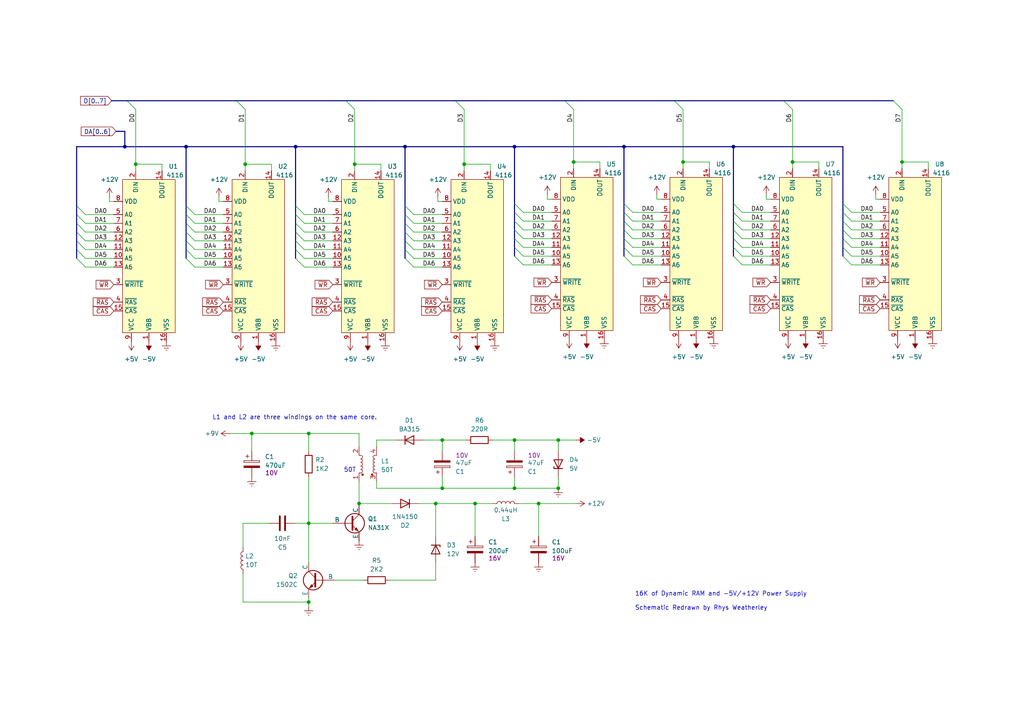
<source format=kicad_sch>
(kicad_sch (version 20230121) (generator eeschema)
  (paper "A4")
  (lib_symbols
    (symbol "Device:C" (pin_numbers hide) (pin_names (offset 0.254))
      (property "Reference" "C" (at 0.635 2.54 0))
      (property "Value" "C" (at 0.635 -2.54 0))
      (symbol "C_0_1"
        (polyline (pts (xy -2.032 -0.762) (xy 2.032 -0.762)) (stroke (width 0.508)))
        (polyline (pts (xy -2.032 0.762) (xy 2.032 0.762)) (stroke (width 0.508)))
      )
      (symbol "C_1_1"
        (pin passive line (at 0 3.81 270) (length 2.794) (name "~") (number "1"))
        (pin passive line (at 0 -3.81 90) (length 2.794) (name "~") (number "2"))
      )
    )
    (symbol "Device:C_Polarized" (pin_numbers hide) (pin_names (offset 0.254))
      (property "Reference" "C" (at 0.635 2.54 0))
      (property "Value" "C_Polarized" (at 0.635 -2.54 0))
      (symbol "C_Polarized_0_1"
        (rectangle (start -2.286 0.508) (end 2.286 1.016))
        (polyline (pts (xy -1.778 2.286) (xy -0.762 2.286)))
        (polyline (pts (xy -1.27 2.794) (xy -1.27 1.778)))
        (rectangle (start 2.286 -0.508) (end -2.286 -1.016) (fill (type outline)))
      )
      (symbol "C_Polarized_1_1"
        (pin passive line (at 0 3.81 270) (length 2.794) (name "~") (number "1"))
        (pin passive line (at 0 -3.81 90) (length 2.794) (name "~") (number "2"))
      )
    )
    (symbol "Device:D" (pin_numbers hide) (pin_names (offset 1.016) hide)
      (property "Reference" "D" (at 0 2.54 0))
      (property "Value" "D" (at 0 -2.54 0))
      (symbol "D_0_1"
        (polyline (pts (xy -1.27 1.27) (xy -1.27 -1.27)) (stroke (width 0.254)))
        (polyline (pts (xy 1.27 0) (xy -1.27 0)))
        (polyline (pts (xy 1.27 1.27) (xy 1.27 -1.27) (xy -1.27 0) (xy 1.27 1.27)) (stroke (width 0.254)))
      )
      (symbol "D_1_1"
        (pin passive line (at -3.81 0 0) (length 2.54) (name "K") (number "1"))
        (pin passive line (at 3.81 0 180) (length 2.54) (name "A") (number "2"))
      )
    )
    (symbol "Device:D_Zener" (pin_numbers hide) (pin_names (offset 1.016) hide)
      (property "Reference" "D" (at 0 2.54 0))
      (property "Value" "D_Zener" (at 0 -2.54 0))
      (symbol "D_Zener_0_1"
        (polyline (pts (xy 1.27 0) (xy -1.27 0)))
        (polyline (pts (xy -1.27 -1.27) (xy -1.27 1.27) (xy -0.762 1.27)) (stroke (width 0.254)))
        (polyline (pts (xy 1.27 -1.27) (xy 1.27 1.27) (xy -1.27 0) (xy 1.27 -1.27)) (stroke (width 0.254)))
      )
      (symbol "D_Zener_1_1"
        (pin passive line (at -3.81 0 0) (length 2.54) (name "K") (number "1"))
        (pin passive line (at 3.81 0 180) (length 2.54) (name "A") (number "2"))
      )
    )
    (symbol "Device:L" (pin_numbers hide) (pin_names (offset 1.016) hide)
      (property "Reference" "L" (at -1.27 0 90))
      (property "Value" "L" (at 1.905 0 90))
      (symbol "L_0_1"
        (arc (start 0 -2.54) (mid 0.6323 -1.905) (end 0 -1.27))
        (arc (start 0 -1.27) (mid 0.6323 -0.635) (end 0 0))
        (arc (start 0 0) (mid 0.6323 0.635) (end 0 1.27))
        (arc (start 0 1.27) (mid 0.6323 1.905) (end 0 2.54))
      )
      (symbol "L_1_1"
        (pin passive line (at 0 3.81 270) (length 1.27) (name "1") (number "1"))
        (pin passive line (at 0 -3.81 90) (length 1.27) (name "2") (number "2"))
      )
    )
    (symbol "Device:L_Coupled" (pin_names (offset 0.254) hide)
      (property "Reference" "L" (at 0 4.445 0))
      (property "Value" "L_Coupled" (at 0 -4.445 0))
      (symbol "L_Coupled_0_1"
        (circle (center -3.048 -1.27) (radius 0.254) (fill (type outline)))
        (circle (center -3.048 1.524) (radius 0.254) (fill (type outline)))
        (arc (start -2.54 2.032) (mid -2.032 1.5262) (end -1.524 2.032))
        (arc (start -1.524 -2.032) (mid -2.032 -1.5262) (end -2.54 -2.032))
        (arc (start -1.524 2.032) (mid -1.016 1.5262) (end -0.508 2.032))
        (arc (start -0.508 -2.032) (mid -1.016 -1.5262) (end -1.524 -2.032))
        (arc (start -0.508 2.032) (mid 0 1.5262) (end 0.508 2.032))
        (polyline (pts (xy -2.54 -2.032) (xy -2.54 -2.54)))
        (polyline (pts (xy -2.54 2.032) (xy -2.54 2.54)))
        (polyline (pts (xy 2.54 -2.032) (xy 2.54 -2.54)))
        (polyline (pts (xy 2.54 2.54) (xy 2.54 2.032)))
        (arc (start 0.508 -2.032) (mid 0 -1.5262) (end -0.508 -2.032))
        (arc (start 0.508 2.032) (mid 1.016 1.5262) (end 1.524 2.032))
        (arc (start 1.524 -2.032) (mid 1.016 -1.5262) (end 0.508 -2.032))
        (arc (start 1.524 2.032) (mid 2.032 1.5262) (end 2.54 2.032))
        (arc (start 2.54 -2.032) (mid 2.032 -1.5262) (end 1.524 -2.032))
      )
      (symbol "L_Coupled_1_1"
        (pin passive line (at -5.08 2.54 0) (length 2.54) (name "1") (number "1"))
        (pin passive line (at 5.08 2.54 180) (length 2.54) (name "2") (number "2"))
        (pin passive line (at -5.08 -2.54 0) (length 2.54) (name "3") (number "3"))
        (pin passive line (at 5.08 -2.54 180) (length 2.54) (name "4") (number "4"))
      )
    )
    (symbol "Device:R" (pin_numbers hide) (pin_names (offset 0))
      (property "Reference" "R" (at 2.032 0 90))
      (property "Value" "R" (at 0 0 90))
      (symbol "R_0_1"
        (rectangle (start -1.016 -2.54) (end 1.016 2.54) (stroke (width 0.254)))
      )
      (symbol "R_1_1"
        (pin passive line (at 0 3.81 270) (length 1.27) (name "~") (number "1"))
        (pin passive line (at 0 -3.81 90) (length 1.27) (name "~") (number "2"))
      )
    )
    (symbol "Diode:1N4151" (pin_numbers hide) (pin_names hide)
      (property "Reference" "D" (at 0 2.54 0))
      (property "Value" "1N4151" (at 0 -2.54 0))
      (symbol "1N4151_0_1"
        (polyline (pts (xy -1.27 1.27) (xy -1.27 -1.27)) (stroke (width 0.254)))
        (polyline (pts (xy 1.27 0) (xy -1.27 0)))
        (polyline (pts (xy 1.27 1.27) (xy 1.27 -1.27) (xy -1.27 0) (xy 1.27 1.27)) (stroke (width 0.254)))
      )
      (symbol "1N4151_1_1"
        (pin passive line (at -3.81 0 0) (length 2.54) (name "K") (number "1"))
        (pin passive line (at 3.81 0 180) (length 2.54) (name "A") (number "2"))
      )
    )
    (symbol "Dynamic_RAM_4116:MK4116"
      (property "Reference" "U" (at 6.35 2.54 0))
      (property "Value" "4116" (at 7.62 0 0))
      (symbol "MK4116_1_1"
        (rectangle (start -7.62 -1.27) (end 7.62 -45.72) (fill (type background)))
        (pin power_in line (at 0 -48.26 90) (length 2.54) (name "VBB") (number "1"))
        (pin input line (at -10.16 -24.13 0) (length 2.54) (name "A5") (number "10"))
        (pin input line (at -10.16 -21.59 0) (length 2.54) (name "A4") (number "11"))
        (pin input line (at -10.16 -19.05 0) (length 2.54) (name "A3") (number "12"))
        (pin input line (at -10.16 -26.67 0) (length 2.54) (name "A6") (number "13"))
        (pin output line (at 3.81 1.27 270) (length 2.54) (name "DOUT") (number "14"))
        (pin input line (at -10.16 -39.37 0) (length 2.54) (name "~{CAS}") (number "15"))
        (pin power_in line (at 5.08 -48.26 90) (length 2.54) (name "VSS") (number "16"))
        (pin input line (at -3.81 1.27 270) (length 2.54) (name "DIN") (number "2"))
        (pin input line (at -10.16 -31.75 0) (length 2.54) (name "~{WRITE}") (number "3"))
        (pin input line (at -10.16 -36.83 0) (length 2.54) (name "~{RAS}") (number "4"))
        (pin input line (at -10.16 -11.43 0) (length 2.54) (name "A0") (number "5"))
        (pin input line (at -10.16 -16.51 0) (length 2.54) (name "A2") (number "6"))
        (pin input line (at -10.16 -13.97 0) (length 2.54) (name "A1") (number "7"))
        (pin power_in line (at -10.16 -7.62 0) (length 2.54) (name "VDD") (number "8"))
        (pin power_in line (at -5.08 -48.26 90) (length 2.54) (name "VCC") (number "9"))
      )
    )
    (symbol "Simulation_SPICE:NPN" (pin_numbers hide) (pin_names (offset 0))
      (property "Reference" "Q" (at -2.54 7.62 0))
      (property "Value" "NPN" (at -2.54 5.08 0))
      (symbol "NPN_0_1"
        (polyline (pts (xy -2.54 0) (xy 0.635 0)) (stroke (width 0.1524)))
        (polyline (pts (xy 0.635 0.635) (xy 2.54 2.54)))
        (polyline (pts (xy 2.794 -1.27) (xy 2.794 -1.27)) (stroke (width 0.1524)))
        (polyline (pts (xy 2.794 -1.27) (xy 2.794 -1.27)) (stroke (width 0.1524)))
        (polyline (pts (xy 0.635 -0.635) (xy 2.54 -2.54) (xy 2.54 -2.54)))
        (polyline (pts (xy 0.635 1.905) (xy 0.635 -1.905) (xy 0.635 -1.905)) (stroke (width 0.508)))
        (polyline (pts (xy 1.27 -1.778) (xy 1.778 -1.27) (xy 2.286 -2.286) (xy 1.27 -1.778) (xy 1.27 -1.778)) (fill (type outline)))
        (circle (center 1.27 0) (radius 2.8194) (stroke (width 0.254)))
      )
      (symbol "NPN_1_1"
        (pin open_collector line (at 2.54 5.08 270) (length 2.54) (name "C") (number "1"))
        (pin input line (at -5.08 0 0) (length 2.54) (name "B") (number "2"))
        (pin open_emitter line (at 2.54 -5.08 90) (length 2.54) (name "E") (number "3"))
      )
    )
    (symbol "power:+12V" (power) (pin_names (offset 0))
      (property "Value" "+12V" (at 0 3.556 0))
      (symbol "+12V_0_1"
        (polyline (pts (xy -0.762 1.27) (xy 0 2.54)))
        (polyline (pts (xy 0 0) (xy 0 2.54)))
        (polyline (pts (xy 0 2.54) (xy 0.762 1.27)))
      )
      (symbol "+12V_1_1"
        (pin power_in line (at 0 0 90) (length 0) hide (name "+12V") (number "1"))
      )
    )
    (symbol "power:+5V" (power) (pin_names (offset 0))
      (property "Value" "+5V" (at 0 3.556 0))
      (symbol "+5V_0_1"
        (polyline (pts (xy -0.762 1.27) (xy 0 2.54)))
        (polyline (pts (xy 0 0) (xy 0 2.54)))
        (polyline (pts (xy 0 2.54) (xy 0.762 1.27)))
      )
      (symbol "+5V_1_1"
        (pin power_in line (at 0 0 90) (length 0) hide (name "+5V") (number "1"))
      )
    )
    (symbol "power:+9V" (power) (pin_names (offset 0))
      (property "Value" "+9V" (at 0 3.556 0))
      (symbol "+9V_0_1"
        (polyline (pts (xy -0.762 1.27) (xy 0 2.54)))
        (polyline (pts (xy 0 0) (xy 0 2.54)))
        (polyline (pts (xy 0 2.54) (xy 0.762 1.27)))
      )
      (symbol "+9V_1_1"
        (pin power_in line (at 0 0 90) (length 0) hide (name "+9V") (number "1"))
      )
    )
    (symbol "power:-5V" (power) (pin_names (offset 0))
      (property "Value" "-5V" (at 0 3.81 0))
      (symbol "-5V_0_0"
        (pin power_in line (at 0 0 90) (length 0) hide (name "-5V") (number "1"))
      )
      (symbol "-5V_0_1"
        (polyline (pts (xy 0 0) (xy 0 1.27) (xy 0.762 1.27) (xy 0 2.54) (xy -0.762 1.27) (xy 0 1.27)) (fill (type outline)))
      )
    )
    (symbol "power:Earth" (power) (pin_names (offset 0))
      (symbol "Earth_0_1"
        (polyline (pts (xy -0.635 -1.905) (xy 0.635 -1.905)))
        (polyline (pts (xy -0.127 -2.54) (xy 0.127 -2.54)))
        (polyline (pts (xy 0 -1.27) (xy 0 0)))
        (polyline (pts (xy 1.27 -1.27) (xy -1.27 -1.27)))
      )
      (symbol "Earth_1_1"
        (pin power_in line (at 0 0 270) (length 0) hide (name "Earth") (number "1"))
      )
    )
  )
  (junction (at 161.925 141.605))
  (junction (at 39.37 47.625))
  (junction (at 128.27 141.605))
  (junction (at 149.225 141.605))
  (junction (at 156.21 146.05))
  (junction (at 89.535 125.73))
  (junction (at 89.535 151.765))
  (junction (at 137.795 146.05))
  (junction (at 134.62 47.625))
  (junction (at 36.195 42.545))
  (junction (at 212.725 42.545))
  (junction (at 161.925 127.635))
  (junction (at 229.87 46.99))
  (junction (at 126.365 146.05))
  (junction (at 117.475 42.545))
  (junction (at 128.27 127.635))
  (junction (at 53.975 42.545))
  (junction (at 198.12 46.99))
  (junction (at 102.87 47.625))
  (junction (at 166.37 46.99))
  (junction (at 89.535 174.625))
  (junction (at 149.225 127.635))
  (junction (at 85.725 42.545))
  (junction (at 261.62 46.99))
  (junction (at 180.975 42.545))
  (junction (at 73.025 125.73))
  (junction (at 104.14 146.05))
  (junction (at 71.12 47.625))
  (junction (at 149.225 42.545))
  (bus_entry (at 195.58 29.21) (size 2.54 2.54))
  (bus_entry (at 259.08 29.21) (size 2.54 2.54))
  (bus_entry (at 244.475 61.595) (size 2.54 2.54))
  (bus_entry (at 244.475 66.675) (size 2.54 2.54))
  (bus_entry (at 132.08 29.21) (size 2.54 2.54))
  (bus_entry (at 117.475 59.69) (size 2.54 2.54))
  (bus_entry (at 212.725 61.595) (size 2.54 2.54))
  (bus_entry (at 149.225 69.215) (size 2.54 2.54))
  (bus_entry (at 117.475 64.77) (size 2.54 2.54))
  (bus_entry (at 53.975 62.23) (size 2.54 2.54))
  (bus_entry (at 227.33 29.21) (size 2.54 2.54))
  (bus_entry (at 244.475 69.215) (size 2.54 2.54))
  (bus_entry (at 53.975 74.93) (size 2.54 2.54))
  (bus_entry (at 149.225 61.595) (size 2.54 2.54))
  (bus_entry (at 212.725 64.135) (size 2.54 2.54))
  (bus_entry (at 149.225 64.135) (size 2.54 2.54))
  (bus_entry (at 180.975 66.675) (size 2.54 2.54))
  (bus_entry (at 53.975 64.77) (size 2.54 2.54))
  (bus_entry (at 85.725 59.69) (size 2.54 2.54))
  (bus_entry (at 149.225 59.055) (size 2.54 2.54))
  (bus_entry (at 212.725 69.215) (size 2.54 2.54))
  (bus_entry (at 212.725 59.055) (size 2.54 2.54))
  (bus_entry (at 117.475 69.85) (size 2.54 2.54))
  (bus_entry (at 85.725 69.85) (size 2.54 2.54))
  (bus_entry (at 180.975 71.755) (size 2.54 2.54))
  (bus_entry (at 212.725 71.755) (size 2.54 2.54))
  (bus_entry (at 244.475 59.055) (size 2.54 2.54))
  (bus_entry (at 117.475 67.31) (size 2.54 2.54))
  (bus_entry (at 180.975 74.295) (size 2.54 2.54))
  (bus_entry (at 22.225 69.85) (size 2.54 2.54))
  (bus_entry (at 180.975 69.215) (size 2.54 2.54))
  (bus_entry (at 85.725 62.23) (size 2.54 2.54))
  (bus_entry (at 53.975 72.39) (size 2.54 2.54))
  (bus_entry (at 22.225 74.93) (size 2.54 2.54))
  (bus_entry (at 22.225 67.31) (size 2.54 2.54))
  (bus_entry (at 212.725 66.675) (size 2.54 2.54))
  (bus_entry (at 53.975 59.69) (size 2.54 2.54))
  (bus_entry (at 163.83 29.21) (size 2.54 2.54))
  (bus_entry (at 53.975 69.85) (size 2.54 2.54))
  (bus_entry (at 85.725 72.39) (size 2.54 2.54))
  (bus_entry (at 117.475 74.93) (size 2.54 2.54))
  (bus_entry (at 85.725 67.31) (size 2.54 2.54))
  (bus_entry (at 68.58 29.21) (size 2.54 2.54))
  (bus_entry (at 117.475 72.39) (size 2.54 2.54))
  (bus_entry (at 149.225 71.755) (size 2.54 2.54))
  (bus_entry (at 244.475 64.135) (size 2.54 2.54))
  (bus_entry (at 212.725 74.295) (size 2.54 2.54))
  (bus_entry (at 85.725 74.93) (size 2.54 2.54))
  (bus_entry (at 22.225 64.77) (size 2.54 2.54))
  (bus_entry (at 22.225 72.39) (size 2.54 2.54))
  (bus_entry (at 117.475 62.23) (size 2.54 2.54))
  (bus_entry (at 244.475 74.295) (size 2.54 2.54))
  (bus_entry (at 22.225 59.69) (size 2.54 2.54))
  (bus_entry (at 149.225 74.295) (size 2.54 2.54))
  (bus_entry (at 244.475 71.755) (size 2.54 2.54))
  (bus_entry (at 85.725 64.77) (size 2.54 2.54))
  (bus_entry (at 180.975 64.135) (size 2.54 2.54))
  (bus_entry (at 100.33 29.21) (size 2.54 2.54))
  (bus_entry (at 36.83 29.21) (size 2.54 2.54))
  (bus_entry (at 22.225 62.23) (size 2.54 2.54))
  (bus_entry (at 180.975 59.055) (size 2.54 2.54))
  (bus_entry (at 180.975 61.595) (size 2.54 2.54))
  (bus_entry (at 53.975 67.31) (size 2.54 2.54))
  (bus_entry (at 149.225 66.675) (size 2.54 2.54))
  (bus (pts (xy 53.975 64.77) (xy 53.975 67.31)))
  (wire (pts (xy 24.765 62.23) (xy 33.02 62.23)))
  (wire (pts (xy 89.535 125.73) (xy 89.535 130.81)))
  (bus (pts (xy 117.475 42.545) (xy 117.475 59.69)))
  (wire (pts (xy 151.765 74.295) (xy 160.02 74.295)))
  (wire (pts (xy 255.27 57.785) (xy 254 57.785)))
  (bus (pts (xy 180.975 59.055) (xy 180.975 61.595)))
  (wire (pts (xy 229.87 31.75) (xy 229.87 46.99)))
  (bus (pts (xy 212.725 42.545) (xy 212.725 59.055)))
  (wire (pts (xy 70.485 166.37) (xy 70.485 174.625)))
  (bus (pts (xy 85.725 72.39) (xy 85.725 74.93)))
  (bus (pts (xy 22.225 67.31) (xy 22.225 69.85)))
  (bus (pts (xy 212.725 64.135) (xy 212.725 66.675)))
  (bus (pts (xy 22.225 64.77) (xy 22.225 67.31)))
  (bus (pts (xy 244.475 66.675) (xy 244.475 69.215)))
  (wire (pts (xy 223.52 57.785) (xy 222.25 57.785)))
  (wire (pts (xy 70.485 158.75) (xy 70.485 151.765)))
  (wire (pts (xy 89.535 125.73) (xy 73.025 125.73)))
  (bus (pts (xy 180.975 42.545) (xy 180.975 59.055)))
  (bus (pts (xy 22.225 69.85) (xy 22.225 72.39)))
  (wire (pts (xy 56.515 72.39) (xy 64.77 72.39)))
  (wire (pts (xy 88.265 72.39) (xy 96.52 72.39)))
  (bus (pts (xy 36.195 38.1) (xy 36.195 42.545)))
  (wire (pts (xy 247.015 74.295) (xy 255.27 74.295)))
  (bus (pts (xy 33.655 38.1) (xy 36.195 38.1)))
  (wire (pts (xy 156.21 146.05) (xy 167.005 146.05)))
  (wire (pts (xy 24.765 74.93) (xy 33.02 74.93)))
  (wire (pts (xy 89.535 151.765) (xy 89.535 163.195)))
  (wire (pts (xy 156.21 146.05) (xy 156.21 155.575)))
  (wire (pts (xy 120.015 67.31) (xy 128.27 67.31)))
  (bus (pts (xy 149.225 64.135) (xy 149.225 66.675)))
  (wire (pts (xy 33.02 58.42) (xy 31.75 58.42)))
  (wire (pts (xy 149.225 138.43) (xy 149.225 141.605)))
  (wire (pts (xy 39.37 49.53) (xy 39.37 47.625)))
  (wire (pts (xy 183.515 71.755) (xy 191.77 71.755)))
  (bus (pts (xy 132.08 29.21) (xy 163.83 29.21)))
  (wire (pts (xy 269.24 46.99) (xy 269.24 48.895)))
  (wire (pts (xy 88.265 69.85) (xy 96.52 69.85)))
  (wire (pts (xy 95.25 58.42) (xy 95.25 57.15)))
  (wire (pts (xy 161.925 127.635) (xy 167.005 127.635)))
  (wire (pts (xy 190.5 57.785) (xy 190.5 56.515)))
  (wire (pts (xy 71.12 47.625) (xy 78.74 47.625)))
  (wire (pts (xy 39.37 47.625) (xy 46.99 47.625)))
  (bus (pts (xy 85.725 42.545) (xy 117.475 42.545)))
  (bus (pts (xy 117.475 64.77) (xy 117.475 67.31)))
  (bus (pts (xy 227.33 29.21) (xy 259.08 29.21)))
  (wire (pts (xy 128.27 138.43) (xy 128.27 141.605)))
  (wire (pts (xy 151.765 61.595) (xy 160.02 61.595)))
  (wire (pts (xy 215.265 71.755) (xy 223.52 71.755)))
  (bus (pts (xy 100.33 29.21) (xy 132.08 29.21)))
  (wire (pts (xy 166.37 48.895) (xy 166.37 46.99)))
  (wire (pts (xy 151.765 69.215) (xy 160.02 69.215)))
  (wire (pts (xy 261.62 46.99) (xy 269.24 46.99)))
  (wire (pts (xy 104.14 125.73) (xy 89.535 125.73)))
  (bus (pts (xy 22.225 42.545) (xy 22.225 59.69)))
  (wire (pts (xy 102.87 31.75) (xy 102.87 47.625)))
  (wire (pts (xy 134.62 47.625) (xy 142.24 47.625)))
  (wire (pts (xy 56.515 62.23) (xy 64.77 62.23)))
  (wire (pts (xy 71.12 49.53) (xy 71.12 47.625)))
  (wire (pts (xy 78.74 47.625) (xy 78.74 49.53)))
  (bus (pts (xy 117.475 67.31) (xy 117.475 69.85)))
  (bus (pts (xy 117.475 62.23) (xy 117.475 64.77)))
  (bus (pts (xy 53.975 67.31) (xy 53.975 69.85)))
  (bus (pts (xy 53.975 42.545) (xy 53.975 59.69)))
  (wire (pts (xy 89.535 174.625) (xy 89.535 175.895)))
  (wire (pts (xy 109.22 127.635) (xy 114.935 127.635)))
  (wire (pts (xy 254 57.785) (xy 254 56.515)))
  (bus (pts (xy 149.225 42.545) (xy 180.975 42.545)))
  (wire (pts (xy 183.515 69.215) (xy 191.77 69.215)))
  (bus (pts (xy 22.225 42.545) (xy 36.195 42.545)))
  (wire (pts (xy 205.74 46.99) (xy 205.74 48.895)))
  (wire (pts (xy 126.365 146.05) (xy 137.795 146.05)))
  (bus (pts (xy 85.725 42.545) (xy 85.725 59.69)))
  (bus (pts (xy 22.225 62.23) (xy 22.225 64.77)))
  (wire (pts (xy 215.265 61.595) (xy 223.52 61.595)))
  (bus (pts (xy 244.475 64.135) (xy 244.475 66.675)))
  (wire (pts (xy 142.24 47.625) (xy 142.24 49.53)))
  (wire (pts (xy 56.515 77.47) (xy 64.77 77.47)))
  (wire (pts (xy 109.22 139.7) (xy 109.22 141.605)))
  (wire (pts (xy 160.02 57.785) (xy 158.75 57.785)))
  (wire (pts (xy 198.12 46.99) (xy 205.74 46.99)))
  (bus (pts (xy 180.975 66.675) (xy 180.975 69.215)))
  (wire (pts (xy 56.515 69.85) (xy 64.77 69.85)))
  (wire (pts (xy 183.515 64.135) (xy 191.77 64.135)))
  (wire (pts (xy 261.62 31.75) (xy 261.62 46.99)))
  (wire (pts (xy 102.87 49.53) (xy 102.87 47.625)))
  (wire (pts (xy 237.49 46.99) (xy 237.49 48.895)))
  (wire (pts (xy 120.015 72.39) (xy 128.27 72.39)))
  (wire (pts (xy 120.015 77.47) (xy 128.27 77.47)))
  (wire (pts (xy 215.265 69.215) (xy 223.52 69.215)))
  (bus (pts (xy 212.725 61.595) (xy 212.725 64.135)))
  (bus (pts (xy 149.225 66.675) (xy 149.225 69.215)))
  (wire (pts (xy 120.015 74.93) (xy 128.27 74.93)))
  (bus (pts (xy 212.725 71.755) (xy 212.725 74.295)))
  (bus (pts (xy 22.225 59.69) (xy 22.225 62.23)))
  (bus (pts (xy 149.225 69.215) (xy 149.225 71.755)))
  (wire (pts (xy 104.14 129.54) (xy 104.14 125.73)))
  (wire (pts (xy 128.27 141.605) (xy 149.225 141.605)))
  (wire (pts (xy 150.495 146.05) (xy 156.21 146.05)))
  (wire (pts (xy 128.27 127.635) (xy 128.27 130.81)))
  (wire (pts (xy 151.765 64.135) (xy 160.02 64.135)))
  (bus (pts (xy 149.225 61.595) (xy 149.225 64.135)))
  (wire (pts (xy 109.22 141.605) (xy 128.27 141.605)))
  (wire (pts (xy 158.75 57.785) (xy 158.75 56.515)))
  (wire (pts (xy 222.25 57.785) (xy 222.25 56.515)))
  (wire (pts (xy 137.795 146.05) (xy 142.875 146.05)))
  (bus (pts (xy 149.225 59.055) (xy 149.225 61.595)))
  (bus (pts (xy 180.975 64.135) (xy 180.975 66.675)))
  (bus (pts (xy 180.975 71.755) (xy 180.975 74.295)))
  (wire (pts (xy 198.12 31.75) (xy 198.12 46.99)))
  (wire (pts (xy 96.52 58.42) (xy 95.25 58.42)))
  (wire (pts (xy 166.37 31.75) (xy 166.37 46.99)))
  (bus (pts (xy 53.975 62.23) (xy 53.975 64.77)))
  (bus (pts (xy 180.975 61.595) (xy 180.975 64.135)))
  (bus (pts (xy 53.975 59.69) (xy 53.975 62.23)))
  (bus (pts (xy 163.83 29.21) (xy 195.58 29.21)))
  (bus (pts (xy 53.975 69.85) (xy 53.975 72.39)))
  (wire (pts (xy 149.225 127.635) (xy 161.925 127.635)))
  (bus (pts (xy 36.195 42.545) (xy 53.975 42.545)))
  (bus (pts (xy 85.725 67.31) (xy 85.725 69.85)))
  (bus (pts (xy 244.475 61.595) (xy 244.475 64.135)))
  (bus (pts (xy 244.475 69.215) (xy 244.475 71.755)))
  (wire (pts (xy 120.015 64.77) (xy 128.27 64.77)))
  (wire (pts (xy 104.14 146.05) (xy 113.665 146.05)))
  (wire (pts (xy 126.365 146.05) (xy 126.365 155.575)))
  (wire (pts (xy 134.62 49.53) (xy 134.62 47.625)))
  (wire (pts (xy 73.025 125.73) (xy 66.675 125.73)))
  (wire (pts (xy 24.765 64.77) (xy 33.02 64.77)))
  (wire (pts (xy 122.555 127.635) (xy 128.27 127.635)))
  (bus (pts (xy 85.725 64.77) (xy 85.725 67.31)))
  (bus (pts (xy 117.475 72.39) (xy 117.475 74.93)))
  (wire (pts (xy 110.49 47.625) (xy 110.49 49.53)))
  (wire (pts (xy 247.015 66.675) (xy 255.27 66.675)))
  (bus (pts (xy 117.475 59.69) (xy 117.475 62.23)))
  (bus (pts (xy 36.83 29.21) (xy 68.58 29.21)))
  (bus (pts (xy 22.225 72.39) (xy 22.225 74.93)))
  (bus (pts (xy 244.475 59.055) (xy 244.475 61.595)))
  (bus (pts (xy 117.475 42.545) (xy 149.225 42.545)))
  (wire (pts (xy 183.515 74.295) (xy 191.77 74.295)))
  (wire (pts (xy 134.62 31.75) (xy 134.62 47.625)))
  (bus (pts (xy 244.475 42.545) (xy 244.475 59.055)))
  (wire (pts (xy 126.365 168.275) (xy 126.365 163.195)))
  (wire (pts (xy 97.155 168.275) (xy 105.41 168.275)))
  (wire (pts (xy 120.015 62.23) (xy 128.27 62.23)))
  (wire (pts (xy 247.015 76.835) (xy 255.27 76.835)))
  (wire (pts (xy 191.77 57.785) (xy 190.5 57.785)))
  (bus (pts (xy 149.225 42.545) (xy 149.225 59.055)))
  (bus (pts (xy 180.975 69.215) (xy 180.975 71.755)))
  (wire (pts (xy 88.265 74.93) (xy 96.52 74.93)))
  (wire (pts (xy 70.485 174.625) (xy 89.535 174.625)))
  (wire (pts (xy 56.515 74.93) (xy 64.77 74.93)))
  (wire (pts (xy 183.515 76.835) (xy 191.77 76.835)))
  (wire (pts (xy 173.99 46.99) (xy 173.99 48.895)))
  (wire (pts (xy 31.75 57.15) (xy 31.75 58.42)))
  (bus (pts (xy 212.725 66.675) (xy 212.725 69.215)))
  (wire (pts (xy 215.265 74.295) (xy 223.52 74.295)))
  (wire (pts (xy 104.14 139.7) (xy 104.14 146.05)))
  (wire (pts (xy 24.765 77.47) (xy 33.02 77.47)))
  (wire (pts (xy 166.37 46.99) (xy 173.99 46.99)))
  (bus (pts (xy 244.475 71.755) (xy 244.475 74.295)))
  (bus (pts (xy 85.725 69.85) (xy 85.725 72.39)))
  (wire (pts (xy 198.12 48.895) (xy 198.12 46.99)))
  (wire (pts (xy 151.765 66.675) (xy 160.02 66.675)))
  (wire (pts (xy 70.485 151.765) (xy 78.105 151.765)))
  (wire (pts (xy 247.015 61.595) (xy 255.27 61.595)))
  (wire (pts (xy 89.535 173.355) (xy 89.535 174.625)))
  (wire (pts (xy 88.265 62.23) (xy 96.52 62.23)))
  (wire (pts (xy 215.265 76.835) (xy 223.52 76.835)))
  (wire (pts (xy 56.515 64.77) (xy 64.77 64.77)))
  (wire (pts (xy 151.765 71.755) (xy 160.02 71.755)))
  (wire (pts (xy 183.515 61.595) (xy 191.77 61.595)))
  (wire (pts (xy 89.535 151.765) (xy 96.52 151.765)))
  (bus (pts (xy 53.975 72.39) (xy 53.975 74.93)))
  (wire (pts (xy 149.225 141.605) (xy 161.925 141.605)))
  (wire (pts (xy 56.515 67.31) (xy 64.77 67.31)))
  (wire (pts (xy 63.5 58.42) (xy 63.5 57.15)))
  (wire (pts (xy 247.015 69.215) (xy 255.27 69.215)))
  (wire (pts (xy 247.015 71.755) (xy 255.27 71.755)))
  (wire (pts (xy 215.265 66.675) (xy 223.52 66.675)))
  (bus (pts (xy 212.725 42.545) (xy 244.475 42.545)))
  (wire (pts (xy 39.37 31.75) (xy 39.37 47.625)))
  (bus (pts (xy 68.58 29.21) (xy 100.33 29.21)))
  (wire (pts (xy 151.765 76.835) (xy 160.02 76.835)))
  (bus (pts (xy 212.725 59.055) (xy 212.725 61.595)))
  (wire (pts (xy 64.77 58.42) (xy 63.5 58.42)))
  (wire (pts (xy 109.22 129.54) (xy 109.22 127.635)))
  (wire (pts (xy 85.725 151.765) (xy 89.535 151.765)))
  (wire (pts (xy 102.87 47.625) (xy 110.49 47.625)))
  (wire (pts (xy 120.015 69.85) (xy 128.27 69.85)))
  (bus (pts (xy 32.385 29.21) (xy 36.83 29.21)))
  (wire (pts (xy 104.14 146.05) (xy 104.14 146.685)))
  (wire (pts (xy 24.765 72.39) (xy 33.02 72.39)))
  (wire (pts (xy 88.265 77.47) (xy 96.52 77.47)))
  (bus (pts (xy 85.725 62.23) (xy 85.725 64.77)))
  (wire (pts (xy 247.015 64.135) (xy 255.27 64.135)))
  (wire (pts (xy 215.265 64.135) (xy 223.52 64.135)))
  (wire (pts (xy 183.515 66.675) (xy 191.77 66.675)))
  (wire (pts (xy 71.12 31.75) (xy 71.12 47.625)))
  (wire (pts (xy 161.925 138.43) (xy 161.925 141.605)))
  (wire (pts (xy 142.875 127.635) (xy 149.225 127.635)))
  (wire (pts (xy 137.795 146.05) (xy 137.795 155.575)))
  (wire (pts (xy 24.765 69.85) (xy 33.02 69.85)))
  (wire (pts (xy 113.03 168.275) (xy 126.365 168.275)))
  (wire (pts (xy 261.62 48.895) (xy 261.62 46.99)))
  (wire (pts (xy 229.87 48.895) (xy 229.87 46.99)))
  (wire (pts (xy 73.025 125.73) (xy 73.025 130.81)))
  (wire (pts (xy 127 58.42) (xy 127 57.15)))
  (wire (pts (xy 161.925 127.635) (xy 161.925 130.81)))
  (wire (pts (xy 46.99 47.625) (xy 46.99 49.53)))
  (bus (pts (xy 180.975 42.545) (xy 212.725 42.545)))
  (bus (pts (xy 85.725 59.69) (xy 85.725 62.23)))
  (wire (pts (xy 149.225 127.635) (xy 149.225 130.81)))
  (bus (pts (xy 149.225 71.755) (xy 149.225 74.295)))
  (wire (pts (xy 121.285 146.05) (xy 126.365 146.05)))
  (wire (pts (xy 128.27 127.635) (xy 135.255 127.635)))
  (wire (pts (xy 89.535 138.43) (xy 89.535 151.765)))
  (wire (pts (xy 88.265 67.31) (xy 96.52 67.31)))
  (wire (pts (xy 88.265 64.77) (xy 96.52 64.77)))
  (bus (pts (xy 53.975 42.545) (xy 85.725 42.545)))
  (bus (pts (xy 212.725 69.215) (xy 212.725 71.755)))
  (wire (pts (xy 229.87 46.99) (xy 237.49 46.99)))
  (bus (pts (xy 195.58 29.21) (xy 227.33 29.21)))
  (bus (pts (xy 117.475 69.85) (xy 117.475 72.39)))
  (wire (pts (xy 128.27 58.42) (xy 127 58.42)))
  (wire (pts (xy 24.765 67.31) (xy 33.02 67.31)))
  (text "50T" (at 99.695 137.16 0) (effects (font (size 1.27 1.27)) (justify left bottom)))
  (text "16K of Dynamic RAM and -5V/+12V Power Supply\n\nSchematic Redrawn by Rhys Weatherley" (at 184.15 177.165 0) (effects (font (size 1.27 1.27)) (justify left bottom)))
  (text "L1 and L2 are three windings on the same core." (at 61.595 121.92 0) (effects (font (size 1.27 1.27)) (justify left bottom)))
  (label "DA5" (at 122.555 74.93 0))
  (label "DA6" (at 154.305 76.835 0))
  (label "D5" (at 198.12 35.56 90))
  (label "DA6" (at 186.055 76.835 0))
  (label "DA2" (at 186.055 66.675 0))
  (label "DA2" (at 59.055 67.31 0))
  (label "DA4" (at 249.555 71.755 0))
  (label "DA0" (at 249.555 61.595 0))
  (label "DA5" (at 217.805 74.295 0))
  (label "DA1" (at 90.805 64.77 0))
  (label "D0" (at 39.37 35.56 90))
  (label "DA3" (at 59.055 69.85 0))
  (label "DA6" (at 27.305 77.47 0))
  (label "DA1" (at 186.055 64.135 0))
  (label "DA1" (at 27.305 64.77 0))
  (label "DA5" (at 90.805 74.93 0))
  (label "DA0" (at 59.055 62.23 0))
  (label "DA3" (at 186.055 69.215 0))
  (label "DA5" (at 186.055 74.295 0))
  (label "DA3" (at 122.555 69.85 0))
  (label "DA5" (at 154.305 74.295 0))
  (label "DA2" (at 27.305 67.31 0))
  (label "DA0" (at 217.805 61.595 0))
  (label "DA1" (at 122.555 64.77 0))
  (label "DA2" (at 154.305 66.675 0))
  (label "DA4" (at 122.555 72.39 0))
  (label "DA1" (at 249.555 64.135 0))
  (label "DA6" (at 90.805 77.47 0))
  (label "DA0" (at 90.805 62.23 0))
  (label "DA6" (at 249.555 76.835 0))
  (label "DA1" (at 217.805 64.135 0))
  (label "DA0" (at 122.555 62.23 0))
  (label "DA3" (at 90.805 69.85 0))
  (label "DA6" (at 59.055 77.47 0))
  (label "DA5" (at 27.305 74.93 0))
  (label "DA0" (at 27.305 62.23 0))
  (label "D7" (at 261.62 35.56 90))
  (label "DA6" (at 217.805 76.835 0))
  (label "DA0" (at 186.055 61.595 0))
  (label "DA5" (at 249.555 74.295 0))
  (label "D6" (at 229.87 35.56 90))
  (label "DA3" (at 154.305 69.215 0))
  (label "DA4" (at 27.305 72.39 0))
  (label "D4" (at 166.37 35.56 90))
  (label "DA5" (at 59.055 74.93 0))
  (label "DA0" (at 154.305 61.595 0))
  (label "DA4" (at 90.805 72.39 0))
  (label "D1" (at 71.12 35.56 90))
  (label "DA4" (at 154.305 71.755 0))
  (label "DA4" (at 59.055 72.39 0))
  (label "DA2" (at 90.805 67.31 0))
  (label "DA2" (at 217.805 66.675 0))
  (label "DA3" (at 249.555 69.215 0))
  (label "DA3" (at 27.305 69.85 0))
  (label "DA4" (at 186.055 71.755 0))
  (label "DA2" (at 122.555 67.31 0))
  (label "DA1" (at 59.055 64.77 0))
  (label "DA1" (at 154.305 64.135 0))
  (label "DA4" (at 217.805 71.755 0))
  (label "DA3" (at 217.805 69.215 0))
  (label "DA2" (at 249.555 66.675 0))
  (label "D3" (at 134.62 35.56 90))
  (label "DA6" (at 122.555 77.47 0))
  (label "D2" (at 102.87 35.56 90))
  (global_label "~{CAS}" (shape input) (at 33.02 90.17 180) (property "Intersheetrefs" "${INTERSHEET_REFS}" (effects hide)))
  (global_label "~{WR}" (shape input) (at 64.77 82.55 180) (property "Intersheetrefs" "${INTERSHEET_REFS}" (effects hide)))
  (global_label "~{CAS}" (shape input) (at 96.52 90.17 180) (property "Intersheetrefs" "${INTERSHEET_REFS}" (effects hide)))
  (global_label "~{RAS}" (shape input) (at 64.77 87.63 180) (property "Intersheetrefs" "${INTERSHEET_REFS}" (effects hide)))
  (global_label "DA[0..6]" (shape input) (at 33.655 38.1 180) (property "Intersheetrefs" "${INTERSHEET_REFS}" (effects hide)))
  (global_label "~{RAS}" (shape input) (at 128.27 87.63 180) (property "Intersheetrefs" "${INTERSHEET_REFS}" (effects hide)))
  (global_label "~{RAS}" (shape input) (at 191.77 86.995 180) (property "Intersheetrefs" "${INTERSHEET_REFS}" (effects hide)))
  (global_label "~{WR}" (shape input) (at 128.27 82.55 180) (property "Intersheetrefs" "${INTERSHEET_REFS}" (effects hide)))
  (global_label "~{CAS}" (shape input) (at 64.77 90.17 180) (property "Intersheetrefs" "${INTERSHEET_REFS}" (effects hide)))
  (global_label "~{RAS}" (shape input) (at 33.02 87.63 180) (property "Intersheetrefs" "${INTERSHEET_REFS}" (effects hide)))
  (global_label "D[0..7]" (shape input) (at 32.385 29.21 180) (property "Intersheetrefs" "${INTERSHEET_REFS}" (effects hide)))
  (global_label "~{CAS}" (shape input) (at 255.27 89.535 180) (property "Intersheetrefs" "${INTERSHEET_REFS}" (effects hide)))
  (global_label "~{CAS}" (shape input) (at 191.77 89.535 180) (property "Intersheetrefs" "${INTERSHEET_REFS}" (effects hide)))
  (global_label "~{RAS}" (shape input) (at 160.02 86.995 180) (property "Intersheetrefs" "${INTERSHEET_REFS}" (effects hide)))
  (global_label "~{WR}" (shape input) (at 255.27 81.915 180) (property "Intersheetrefs" "${INTERSHEET_REFS}" (effects hide)))
  (global_label "~{CAS}" (shape input) (at 223.52 89.535 180) (property "Intersheetrefs" "${INTERSHEET_REFS}" (effects hide)))
  (global_label "~{WR}" (shape input) (at 33.02 82.55 180) (property "Intersheetrefs" "${INTERSHEET_REFS}" (effects hide)))
  (global_label "~{WR}" (shape input) (at 96.52 82.55 180) (property "Intersheetrefs" "${INTERSHEET_REFS}" (effects hide)))
  (global_label "~{CAS}" (shape input) (at 160.02 89.535 180) (property "Intersheetrefs" "${INTERSHEET_REFS}" (effects hide)))
  (global_label "~{RAS}" (shape input) (at 96.52 87.63 180) (property "Intersheetrefs" "${INTERSHEET_REFS}" (effects hide)))
  (global_label "~{CAS}" (shape input) (at 128.27 90.17 180) (property "Intersheetrefs" "${INTERSHEET_REFS}" (effects hide)))
  (global_label "~{WR}" (shape input) (at 160.02 81.915 180) (property "Intersheetrefs" "${INTERSHEET_REFS}" (effects hide)))
  (global_label "~{RAS}" (shape input) (at 255.27 86.995 180) (property "Intersheetrefs" "${INTERSHEET_REFS}" (effects hide)))
  (global_label "~{WR}" (shape input) (at 191.77 81.915 180) (property "Intersheetrefs" "${INTERSHEET_REFS}" (effects hide)))
  (global_label "~{WR}" (shape input) (at 223.52 81.915 180) (property "Intersheetrefs" "${INTERSHEET_REFS}" (effects hide)))
  (global_label "~{RAS}" (shape input) (at 223.52 86.995 180) (property "Intersheetrefs" "${INTERSHEET_REFS}" (effects hide)))
  (symbol (lib_id "power:Earth") (at 89.535 175.895 0) (unit 1)
    (property "Reference" "#PWR064" (effects hide))
    (property "Value" "Earth" (effects hide))
  )
  (symbol (lib_id "Simulation_SPICE:NPN") (at 92.075 168.275 0) (mirror y) (unit 1)
    (property "Reference" "Q2" (at 86.36 167.005 0) (effects (justify left)))
    (property "Value" "1502C" (at 86.36 169.545 0) (effects (justify left)))
    (property "Sim.Device" "NPN" (effects hide))
    (property "Sim.Type" "GUMMELPOON" (effects hide))
    (property "Sim.Pins" "1=C 2=B 3=E" (effects hide))
  )
  (symbol (lib_id "power:+12V") (at 254 56.515 0) (unit 1)
    (property "Reference" "#PWR036" (effects hide))
    (property "Value" "+12V" (at 254 51.435 0))
  )
  (symbol (lib_id "power:+12V") (at 31.75 57.15 0) (unit 1)
    (property "Reference" "#PWR029" (effects hide))
    (property "Value" "+12V" (at 31.75 52.07 0))
  )
  (symbol (lib_id "power:+5V") (at 69.85 99.06 180) (unit 1)
    (property "Reference" "#PWR014" (effects hide))
    (property "Value" "+5V" (at 69.85 104.14 0))
  )
  (symbol (lib_id "power:+5V") (at 165.1 98.425 180) (unit 1)
    (property "Reference" "#PWR017" (effects hide))
    (property "Value" "+5V" (at 165.1 103.505 0))
  )
  (symbol (lib_id "power:+12V") (at 63.5 57.15 0) (unit 1)
    (property "Reference" "#PWR030" (effects hide))
    (property "Value" "+12V" (at 63.5 52.07 0))
  )
  (symbol (lib_id "power:-5V") (at 233.68 98.425 180) (unit 1)
    (property "Reference" "#PWR027" (effects hide))
    (property "Value" "-5V" (at 233.68 103.505 0))
  )
  (symbol (lib_id "power:-5V") (at 43.18 99.06 180) (unit 1)
    (property "Reference" "#PWR021" (effects hide))
    (property "Value" "-5V" (at 43.18 104.14 0))
  )
  (symbol (lib_id "Device:C_Polarized") (at 156.21 159.385 0) (unit 1)
    (property "Reference" "C1" (at 160.02 157.226 0) (effects (justify left)))
    (property "Value" "100uF" (at 160.02 159.766 0) (effects (justify left)))
    (property "Rating" "16V" (at 161.925 161.925 0))
    (instances (project "VZ200_16K_RAM_Expansion" (path "" (reference "C1") (unit 1)) (path "" (reference "C9") (unit 1))))
  )
  (symbol (lib_id "power:-5V") (at 167.005 127.635 270) (unit 1)
    (property "Reference" "#PWR067" (effects hide))
    (property "Value" "-5V" (at 170.18 127.635 90) (effects (justify left)))
  )
  (symbol (lib_id "Device:L") (at 70.485 162.56 0) (mirror y) (unit 1)
    (property "Reference" "L2" (at 71.12 161.29 0) (effects (justify right)))
    (property "Value" "10T" (at 71.12 163.83 0) (effects (justify right)))
  )
  (symbol (lib_id "power:+5V") (at 260.35 98.425 180) (unit 1)
    (property "Reference" "#PWR020" (effects hide))
    (property "Value" "+5V" (at 260.35 103.505 0))
  )
  (symbol (lib_id "Dynamic_RAM_4116:MK4116") (at 265.43 50.165 0) (unit 1)
    (property "Reference" "U8" (at 271.145 47.625 0) (effects (justify left)))
    (property "Value" "4116" (at 270.51 50.165 0) (effects (justify left)))
    (property "Footprint" "Package_DIP:DIP-16_W7.62mm" (effects hide))
  )
  (symbol (lib_id "Dynamic_RAM_4116:MK4116") (at 138.43 50.8 0) (unit 1)
    (property "Reference" "U4" (at 144.145 48.26 0) (effects (justify left)))
    (property "Value" "4116" (at 143.51 50.8 0) (effects (justify left)))
    (property "Footprint" "Package_DIP:DIP-16_W7.62mm" (effects hide))
  )
  (symbol (lib_id "Device:C_Polarized") (at 128.27 134.62 0) (mirror x) (unit 1)
    (property "Reference" "C1" (at 132.08 136.779 0) (effects (justify left)))
    (property "Value" "47uF" (at 132.08 134.239 0) (effects (justify left)))
    (property "Rating" "10V" (at 133.985 132.08 0))
    (instances (project "VZ200_16K_RAM_Expansion" (path "" (reference "C1") (unit 1)) (path "" (reference "C6") (unit 1))))
  )
  (symbol (lib_id "power:+5V") (at 101.6 99.06 180) (unit 1)
    (property "Reference" "#PWR015" (effects hide))
    (property "Value" "+5V" (at 101.6 104.14 0))
  )
  (symbol (lib_id "Simulation_SPICE:NPN") (at 101.6 151.765 0) (unit 1)
    (property "Reference" "Q1" (at 106.68 150.495 0) (effects (justify left)))
    (property "Value" "NA31X" (at 106.68 153.035 0) (effects (justify left)))
    (property "Sim.Device" "NPN" (effects hide))
    (property "Sim.Type" "GUMMELPOON" (effects hide))
    (property "Sim.Pins" "1=C 2=B 3=E" (effects hide))
  )
  (symbol (lib_id "Dynamic_RAM_4116:MK4116") (at 201.93 50.165 0) (unit 1)
    (property "Reference" "U6" (at 207.645 47.625 0) (effects (justify left)))
    (property "Value" "4116" (at 207.01 50.165 0) (effects (justify left)))
    (property "Footprint" "Package_DIP:DIP-16_W7.62mm" (effects hide))
  )
  (symbol (lib_id "power:+12V") (at 222.25 56.515 0) (unit 1)
    (property "Reference" "#PWR035" (effects hide))
    (property "Value" "+12V" (at 222.25 51.435 0))
  )
  (symbol (lib_id "power:Earth") (at 270.51 98.425 0) (unit 1)
    (property "Reference" "#PWR012" (effects hide))
    (property "Value" "Earth" (effects hide))
  )
  (symbol (lib_id "Device:R") (at 109.22 168.275 90) (unit 1)
    (property "Reference" "R5" (at 109.22 162.56 90))
    (property "Value" "2K2" (at 109.22 165.1 90))
  )
  (symbol (lib_id "Device:D_Zener") (at 161.925 134.62 90) (unit 1)
    (property "Reference" "D4" (at 165.1 133.35 90) (effects (justify right)))
    (property "Value" "5V" (at 165.1 135.89 90) (effects (justify right)))
  )
  (symbol (lib_id "power:-5V") (at 170.18 98.425 180) (unit 1)
    (property "Reference" "#PWR025" (effects hide))
    (property "Value" "-5V" (at 170.18 103.505 0))
  )
  (symbol (lib_id "power:Earth") (at 207.01 98.425 0) (unit 1)
    (property "Reference" "#PWR011" (effects hide))
    (property "Value" "Earth" (effects hide))
  )
  (symbol (lib_id "power:Earth") (at 48.26 99.06 0) (unit 1)
    (property "Reference" "#PWR05" (effects hide))
    (property "Value" "Earth" (effects hide))
  )
  (symbol (lib_id "power:Earth") (at 137.795 163.195 0) (unit 1)
    (property "Reference" "#PWR068" (effects hide))
    (property "Value" "Earth" (effects hide))
  )
  (symbol (lib_id "Dynamic_RAM_4116:MK4116") (at 74.93 50.8 0) (unit 1)
    (property "Reference" "U2" (at 80.645 48.26 0) (effects (justify left)))
    (property "Value" "4116" (at 80.01 50.8 0) (effects (justify left)))
    (property "Footprint" "Package_DIP:DIP-16_W7.62mm" (effects hide))
  )
  (symbol (lib_id "power:Earth") (at 175.26 98.425 0) (unit 1)
    (property "Reference" "#PWR09" (effects hide))
    (property "Value" "Earth" (effects hide))
  )
  (symbol (lib_id "Device:R") (at 89.535 134.62 0) (unit 1)
    (property "Reference" "R2" (at 91.44 133.35 0) (effects (justify left)))
    (property "Value" "1K2" (at 91.44 135.89 0) (effects (justify left)))
    (instances (project "VZ200_16K_RAM_Expansion" (path "" (reference "R2") (unit 1)) (path "" (reference "R4") (unit 1))))
  )
  (symbol (lib_id "power:+9V") (at 66.675 125.73 90) (unit 1)
    (property "Reference" "#PWR062" (effects hide))
    (property "Value" "+9V" (at 63.5 125.73 90) (effects (justify left)))
  )
  (symbol (lib_id "power:-5V") (at 201.93 98.425 180) (unit 1)
    (property "Reference" "#PWR026" (effects hide))
    (property "Value" "-5V" (at 201.93 103.505 0))
  )
  (symbol (lib_id "power:+12V") (at 158.75 56.515 0) (unit 1)
    (property "Reference" "#PWR033" (effects hide))
    (property "Value" "+12V" (at 158.75 51.435 0))
  )
  (symbol (lib_id "power:Earth") (at 143.51 99.06 0) (unit 1)
    (property "Reference" "#PWR08" (effects hide))
    (property "Value" "Earth" (effects hide))
  )
  (symbol (lib_id "Device:C_Polarized") (at 137.795 159.385 0) (unit 1)
    (property "Reference" "C1" (at 141.605 157.226 0) (effects (justify left)))
    (property "Value" "200uF" (at 141.605 159.766 0) (effects (justify left)))
    (property "Rating" "16V" (at 143.51 161.925 0))
    (instances (project "VZ200_16K_RAM_Expansion" (path "" (reference "C1") (unit 1)) (path "" (reference "C8") (unit 1))))
  )
  (symbol (lib_id "power:+12V") (at 190.5 56.515 0) (unit 1)
    (property "Reference" "#PWR034" (effects hide))
    (property "Value" "+12V" (at 190.5 51.435 0))
  )
  (symbol (lib_id "power:+5V") (at 38.1 99.06 180) (unit 1)
    (property "Reference" "#PWR013" (effects hide))
    (property "Value" "+5V" (at 38.1 104.14 0))
  )
  (symbol (lib_id "power:Earth") (at 80.01 99.06 0) (unit 1)
    (property "Reference" "#PWR06" (effects hide))
    (property "Value" "Earth" (effects hide))
  )
  (symbol (lib_id "power:+5V") (at 196.85 98.425 180) (unit 1)
    (property "Reference" "#PWR018" (effects hide))
    (property "Value" "+5V" (at 196.85 103.505 0))
  )
  (symbol (lib_id "Dynamic_RAM_4116:MK4116") (at 170.18 50.165 0) (unit 1)
    (property "Reference" "U5" (at 175.895 47.625 0) (effects (justify left)))
    (property "Value" "4116" (at 175.26 50.165 0) (effects (justify left)))
    (property "Footprint" "Package_DIP:DIP-16_W7.62mm" (effects hide))
  )
  (symbol (lib_id "Device:D") (at 118.745 127.635 0) (unit 1)
    (property "Reference" "D1" (at 118.745 121.92 0))
    (property "Value" "BA315" (at 118.745 124.46 0))
    (property "Sim.Device" "D" (effects hide))
    (property "Sim.Pins" "1=K 2=A" (effects hide))
  )
  (symbol (lib_id "power:Earth") (at 73.025 138.43 0) (unit 1)
    (property "Reference" "#PWR063" (effects hide))
    (property "Value" "Earth" (effects hide))
  )
  (symbol (lib_id "power:Earth") (at 161.925 141.605 0) (unit 1)
    (property "Reference" "#PWR066" (effects hide))
    (property "Value" "Earth" (effects hide))
  )
  (symbol (lib_id "Device:C") (at 81.915 151.765 90) (mirror x) (unit 1)
    (property "Reference" "C5" (at 81.915 158.75 90))
    (property "Value" "10nF" (at 81.915 156.21 90))
  )
  (symbol (lib_id "Dynamic_RAM_4116:MK4116") (at 106.68 50.8 0) (unit 1)
    (property "Reference" "U3" (at 112.395 48.26 0) (effects (justify left)))
    (property "Value" "4116" (at 111.76 50.8 0) (effects (justify left)))
    (property "Footprint" "Package_DIP:DIP-16_W7.62mm" (effects hide))
  )
  (symbol (lib_id "power:+5V") (at 133.35 99.06 180) (unit 1)
    (property "Reference" "#PWR016" (effects hide))
    (property "Value" "+5V" (at 133.35 104.14 0))
  )
  (symbol (lib_id "power:+12V") (at 167.005 146.05 270) (unit 1)
    (property "Reference" "#PWR070" (effects hide))
    (property "Value" "+12V" (at 170.18 146.05 90) (effects (justify left)))
  )
  (symbol (lib_id "Device:D_Zener") (at 126.365 159.385 270) (unit 1)
    (property "Reference" "D3" (at 129.54 158.115 90) (effects (justify left)))
    (property "Value" "12V" (at 129.54 160.655 90) (effects (justify left)))
  )
  (symbol (lib_id "power:-5V") (at 106.68 99.06 180) (unit 1)
    (property "Reference" "#PWR023" (effects hide))
    (property "Value" "-5V" (at 106.68 104.14 0))
  )
  (symbol (lib_id "Device:L") (at 146.685 146.05 90) (unit 1)
    (property "Reference" "L3" (at 146.685 150.495 90))
    (property "Value" "0.44uH" (at 146.685 147.955 90))
  )
  (symbol (lib_id "Dynamic_RAM_4116:MK4116") (at 233.68 50.165 0) (unit 1)
    (property "Reference" "U7" (at 239.395 47.625 0) (effects (justify left)))
    (property "Value" "4116" (at 238.76 50.165 0) (effects (justify left)))
    (property "Footprint" "Package_DIP:DIP-16_W7.62mm" (effects hide))
  )
  (symbol (lib_id "Device:R") (at 139.065 127.635 90) (unit 1)
    (property "Reference" "R6" (at 139.065 121.92 90))
    (property "Value" "220R" (at 139.065 124.46 90))
  )
  (symbol (lib_id "Dynamic_RAM_4116:MK4116") (at 43.18 50.8 0) (unit 1)
    (property "Reference" "U1" (at 48.895 48.26 0) (effects (justify left)))
    (property "Value" "4116" (at 48.26 50.8 0) (effects (justify left)))
    (property "Footprint" "Package_DIP:DIP-16_W7.62mm" (effects hide))
  )
  (symbol (lib_id "power:-5V") (at 265.43 98.425 180) (unit 1)
    (property "Reference" "#PWR028" (effects hide))
    (property "Value" "-5V" (at 265.43 103.505 0))
  )
  (symbol (lib_id "power:-5V") (at 74.93 99.06 180) (unit 1)
    (property "Reference" "#PWR022" (effects hide))
    (property "Value" "-5V" (at 74.93 104.14 0))
  )
  (symbol (lib_id "power:+12V") (at 127 57.15 0) (unit 1)
    (property "Reference" "#PWR032" (effects hide))
    (property "Value" "+12V" (at 127 52.07 0))
  )
  (symbol (lib_id "power:Earth") (at 156.21 163.195 0) (unit 1)
    (property "Reference" "#PWR069" (effects hide))
    (property "Value" "Earth" (effects hide))
  )
  (symbol (lib_id "power:+5V") (at 228.6 98.425 180) (unit 1)
    (property "Reference" "#PWR019" (effects hide))
    (property "Value" "+5V" (at 228.6 103.505 0))
  )
  (symbol (lib_id "Diode:1N4151") (at 117.475 146.05 180) (unit 1)
    (property "Reference" "D2" (at 117.475 152.4 0))
    (property "Value" "1N4150" (at 117.475 149.86 0))
    (property "Footprint" "Diode_THT:D_DO-35_SOD27_P7.62mm_Horizontal" (effects hide))
    (property "Datasheet" "http://www.microsemi.com/document-portal/doc_view/11580-lds-0239" (effects hide))
    (property "Sim.Device" "D" (effects hide))
    (property "Sim.Pins" "1=K 2=A" (effects hide))
  )
  (symbol (lib_id "power:Earth") (at 104.14 156.845 0) (unit 1)
    (property "Reference" "#PWR065" (effects hide))
    (property "Value" "Earth" (effects hide))
  )
  (symbol (lib_id "power:Earth") (at 238.76 98.425 0) (unit 1)
    (property "Reference" "#PWR010" (effects hide))
    (property "Value" "Earth" (effects hide))
  )
  (symbol (lib_id "power:+12V") (at 95.25 57.15 0) (unit 1)
    (property "Reference" "#PWR031" (effects hide))
    (property "Value" "+12V" (at 95.25 52.07 0))
  )
  (symbol (lib_id "power:-5V") (at 138.43 99.06 180) (unit 1)
    (property "Reference" "#PWR024" (effects hide))
    (property "Value" "-5V" (at 138.43 104.14 0))
  )
  (symbol (lib_id "power:Earth") (at 111.76 99.06 0) (unit 1)
    (property "Reference" "#PWR07" (effects hide))
    (property "Value" "Earth" (effects hide))
  )
  (symbol (lib_id "Device:L_Coupled") (at 106.68 134.62 90) (unit 1)
    (property "Reference" "L1" (at 110.49 133.731 90) (effects (justify right)))
    (property "Value" "50T" (at 110.49 136.271 90) (effects (justify right)))
  )
  (symbol (lib_id "Device:C_Polarized") (at 149.225 134.62 0) (mirror x) (unit 1)
    (property "Reference" "C1" (at 153.035 136.779 0) (effects (justify left)))
    (property "Value" "47uF" (at 153.035 134.239 0) (effects (justify left)))
    (property "Rating" "10V" (at 154.94 132.08 0))
    (instances (project "VZ200_16K_RAM_Expansion" (path "" (reference "C1") (unit 1)) (path "" (reference "C7") (unit 1))))
  )
  (symbol (lib_id "Device:C_Polarized") (at 73.025 134.62 0) (unit 1)
    (property "Reference" "C1" (at 76.835 132.461 0) (effects (justify left)))
    (property "Value" "470uF" (at 76.835 135.001 0) (effects (justify left)))
    (property "Rating" "10V" (at 78.74 137.16 0))
    (instances (project "VZ200_16K_RAM_Expansion" (path "" (reference "C1") (unit 1)) (path "" (reference "C4") (unit 1))))
  )
)
</source>
